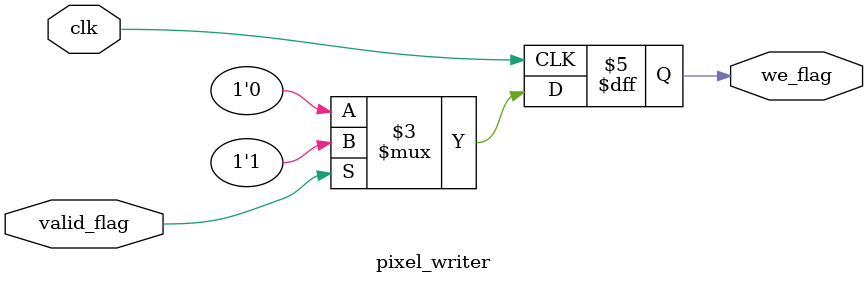
<source format=v>
`timescale 1ns/1ps

module pixel_writer (
    input clk,
    input valid_flag,
    output reg we_flag
);

    always @(posedge clk) begin
        if (valid_flag) we_flag <= 1;
        else we_flag <= 0;
    end
    
endmodule
</source>
